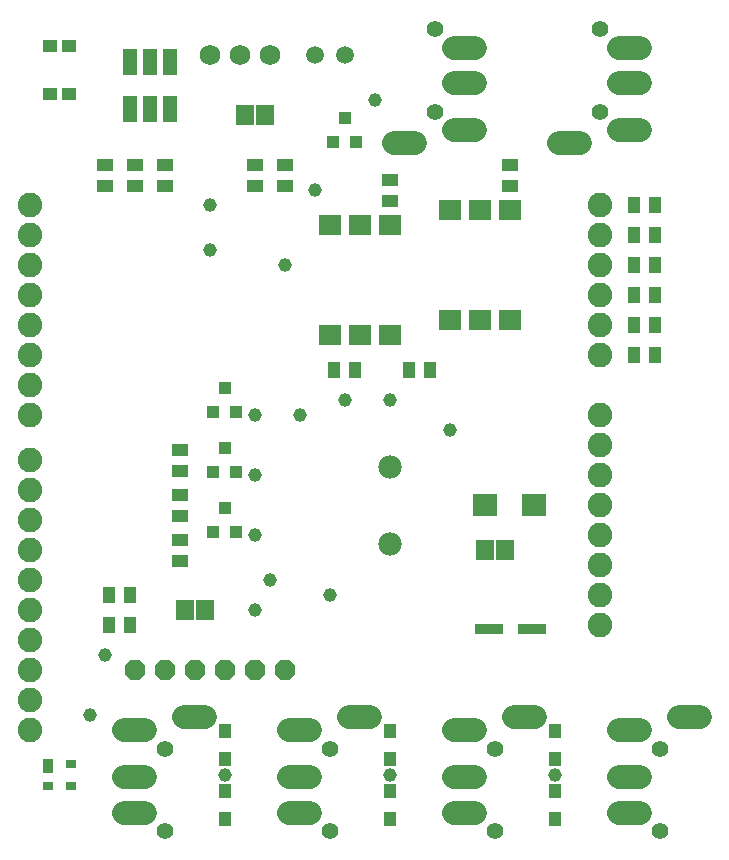
<source format=gts>
G75*
%MOIN*%
%OFA0B0*%
%FSLAX25Y25*%
%IPPOS*%
%LPD*%
%AMOC8*
5,1,8,0,0,1.08239X$1,22.5*
%
%ADD10R,0.05918X0.06706*%
%ADD11R,0.09461X0.03359*%
%ADD12R,0.07887X0.07493*%
%ADD13C,0.05950*%
%ADD14C,0.08200*%
%ADD15C,0.06800*%
%ADD16OC8,0.06800*%
%ADD17R,0.05131X0.08674*%
%ADD18R,0.07808X0.06784*%
%ADD19R,0.05524X0.03950*%
%ADD20R,0.03950X0.05524*%
%ADD21C,0.05524*%
%ADD22C,0.07887*%
%ADD23R,0.03950X0.04343*%
%ADD24C,0.07800*%
%ADD25R,0.03556X0.04737*%
%ADD26R,0.03556X0.03162*%
%ADD27R,0.03950X0.04737*%
%ADD28R,0.04737X0.04343*%
%ADD29C,0.04565*%
D10*
X0068254Y0142524D03*
X0074946Y0142524D03*
X0168254Y0162524D03*
X0174946Y0162524D03*
X0094946Y0307524D03*
X0088254Y0307524D03*
D11*
X0169620Y0136311D03*
X0184187Y0136311D03*
D12*
X0184671Y0177524D03*
X0168529Y0177524D03*
D13*
X0121600Y0327524D03*
X0111600Y0327524D03*
D14*
X0016600Y0277524D03*
X0016600Y0267524D03*
X0016600Y0257524D03*
X0016600Y0247524D03*
X0016600Y0237524D03*
X0016600Y0227524D03*
X0016600Y0217524D03*
X0016600Y0207524D03*
X0016600Y0192524D03*
X0016600Y0182524D03*
X0016600Y0172524D03*
X0016600Y0162524D03*
X0016600Y0152524D03*
X0016600Y0142524D03*
X0016600Y0132524D03*
X0016600Y0122524D03*
X0016600Y0112524D03*
X0016600Y0102524D03*
X0206600Y0137524D03*
X0206600Y0147524D03*
X0206600Y0157524D03*
X0206600Y0167524D03*
X0206600Y0177524D03*
X0206600Y0187524D03*
X0206600Y0197524D03*
X0206600Y0207524D03*
X0206600Y0227524D03*
X0206600Y0237524D03*
X0206600Y0247524D03*
X0206600Y0257524D03*
X0206600Y0267524D03*
X0206600Y0277524D03*
D15*
X0096600Y0327524D03*
X0086600Y0327524D03*
X0076600Y0327524D03*
D16*
X0071600Y0122524D03*
X0061600Y0122524D03*
X0051600Y0122524D03*
X0081600Y0122524D03*
X0091600Y0122524D03*
X0101600Y0122524D03*
D17*
X0063293Y0309650D03*
X0056600Y0309650D03*
X0049907Y0309650D03*
X0049907Y0325398D03*
X0056600Y0325398D03*
X0063293Y0325398D03*
D18*
X0116600Y0270811D03*
X0126600Y0270811D03*
X0136600Y0270811D03*
X0156600Y0275811D03*
X0166600Y0275811D03*
X0176600Y0275811D03*
X0176600Y0239236D03*
X0166600Y0239236D03*
X0156600Y0239236D03*
X0136600Y0234236D03*
X0126600Y0234236D03*
X0116600Y0234236D03*
D19*
X0136600Y0278980D03*
X0136600Y0286067D03*
X0101600Y0283980D03*
X0101600Y0291067D03*
X0091600Y0291067D03*
X0091600Y0283980D03*
X0061600Y0283980D03*
X0061600Y0291067D03*
X0051600Y0291067D03*
X0051600Y0283980D03*
X0041600Y0283980D03*
X0041600Y0291067D03*
X0066600Y0196067D03*
X0066600Y0188980D03*
X0066600Y0181067D03*
X0066600Y0173980D03*
X0066600Y0166067D03*
X0066600Y0158980D03*
X0176600Y0283980D03*
X0176600Y0291067D03*
D20*
X0218057Y0277524D03*
X0218057Y0267524D03*
X0225143Y0267524D03*
X0225143Y0277524D03*
X0225143Y0257524D03*
X0218057Y0257524D03*
X0218057Y0247524D03*
X0225143Y0247524D03*
X0225143Y0237524D03*
X0218057Y0237524D03*
X0218057Y0227524D03*
X0225143Y0227524D03*
X0150143Y0222524D03*
X0143057Y0222524D03*
X0125143Y0222524D03*
X0118057Y0222524D03*
X0050143Y0147524D03*
X0043057Y0147524D03*
X0043057Y0137524D03*
X0050143Y0137524D03*
D21*
X0061600Y0096382D03*
X0061600Y0068823D03*
X0116600Y0068823D03*
X0116600Y0096382D03*
X0171600Y0096382D03*
X0171600Y0068823D03*
X0226600Y0068823D03*
X0226600Y0096382D03*
X0206600Y0308665D03*
X0206600Y0336224D03*
X0151600Y0336224D03*
X0151600Y0308665D03*
D22*
X0055143Y0075024D02*
X0048057Y0075024D01*
X0048057Y0086899D02*
X0055143Y0086899D01*
X0055143Y0102524D02*
X0048057Y0102524D01*
X0068057Y0106899D02*
X0075143Y0106899D01*
X0103057Y0102524D02*
X0110143Y0102524D01*
X0123057Y0106899D02*
X0130143Y0106899D01*
X0110143Y0086899D02*
X0103057Y0086899D01*
X0103057Y0075024D02*
X0110143Y0075024D01*
X0158057Y0075024D02*
X0165143Y0075024D01*
X0165143Y0086899D02*
X0158057Y0086899D01*
X0158057Y0102524D02*
X0165143Y0102524D01*
X0178057Y0106899D02*
X0185143Y0106899D01*
X0213057Y0102524D02*
X0220143Y0102524D01*
X0233057Y0106899D02*
X0240143Y0106899D01*
X0220143Y0086899D02*
X0213057Y0086899D01*
X0213057Y0075024D02*
X0220143Y0075024D01*
X0200143Y0298149D02*
X0193057Y0298149D01*
X0213057Y0302524D02*
X0220143Y0302524D01*
X0220143Y0318149D02*
X0213057Y0318149D01*
X0213057Y0330024D02*
X0220143Y0330024D01*
X0165143Y0330024D02*
X0158057Y0330024D01*
X0158057Y0318149D02*
X0165143Y0318149D01*
X0165143Y0302524D02*
X0158057Y0302524D01*
X0145143Y0298149D02*
X0138057Y0298149D01*
D23*
X0125340Y0298587D03*
X0117860Y0298587D03*
X0121600Y0306461D03*
X0081600Y0216461D03*
X0077860Y0208587D03*
X0085340Y0208587D03*
X0081600Y0196461D03*
X0077860Y0188587D03*
X0085340Y0188587D03*
X0081600Y0176461D03*
X0077860Y0168587D03*
X0085340Y0168587D03*
D24*
X0136600Y0164728D03*
X0136600Y0190319D03*
D25*
X0022663Y0090476D03*
D26*
X0022663Y0083783D03*
X0030537Y0083783D03*
X0030537Y0091264D03*
D27*
X0081600Y0092799D03*
X0081600Y0102248D03*
X0081600Y0082248D03*
X0081600Y0072799D03*
X0136600Y0072799D03*
X0136600Y0082248D03*
X0136600Y0092799D03*
X0136600Y0102248D03*
X0191600Y0102248D03*
X0191600Y0092799D03*
X0191600Y0082248D03*
X0191600Y0072799D03*
D28*
X0029750Y0314453D03*
X0023450Y0314453D03*
X0023450Y0330594D03*
X0029750Y0330594D03*
D29*
X0076600Y0277524D03*
X0076600Y0262524D03*
X0101600Y0257524D03*
X0111600Y0282524D03*
X0131600Y0312524D03*
X0136600Y0212524D03*
X0121600Y0212524D03*
X0106600Y0207524D03*
X0091600Y0207524D03*
X0091600Y0187524D03*
X0091600Y0167524D03*
X0096600Y0152524D03*
X0091600Y0142524D03*
X0116600Y0147524D03*
X0156600Y0202524D03*
X0136600Y0087524D03*
X0081600Y0087524D03*
X0041600Y0127524D03*
X0036600Y0107524D03*
X0191600Y0087524D03*
M02*

</source>
